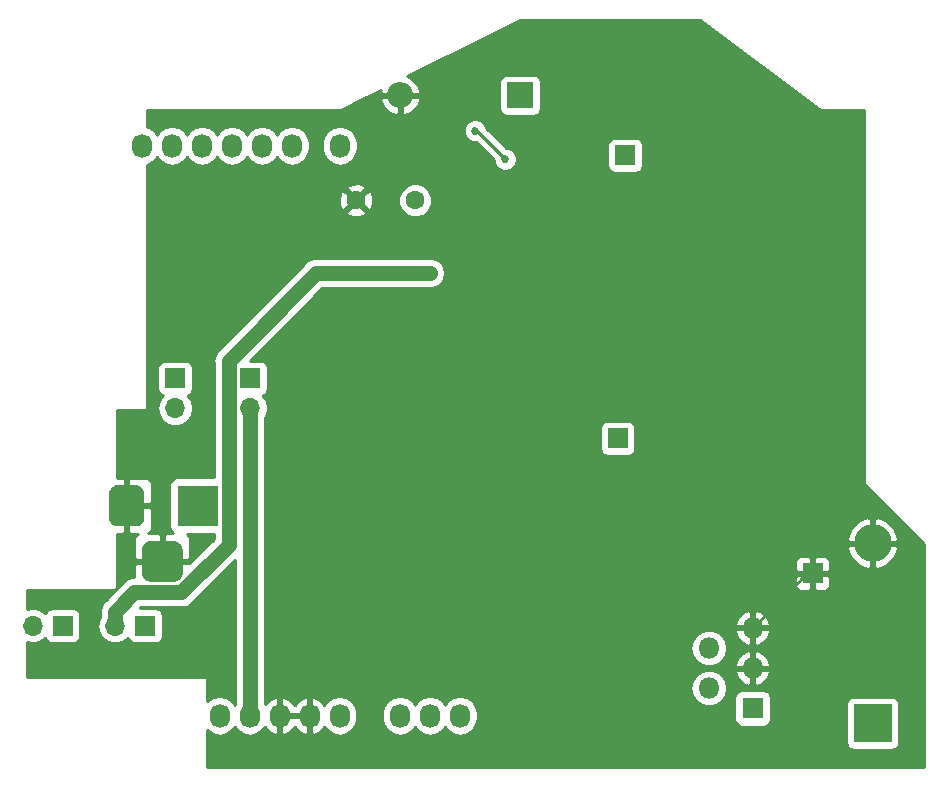
<source format=gbl>
G04 #@! TF.GenerationSoftware,KiCad,Pcbnew,5.0.2+dfsg1-1~bpo9+1*
G04 #@! TF.CreationDate,2019-12-06T02:16:18-05:00*
G04 #@! TF.ProjectId,uno,756e6f2e-6b69-4636-9164-5f7063625858,v1.0*
G04 #@! TF.SameCoordinates,Original*
G04 #@! TF.FileFunction,Copper,L2,Bot*
G04 #@! TF.FilePolarity,Positive*
%FSLAX46Y46*%
G04 Gerber Fmt 4.6, Leading zero omitted, Abs format (unit mm)*
G04 Created by KiCad (PCBNEW 5.0.2+dfsg1-1~bpo9+1) date Fri 06 Dec 2019 02:16:18 AM EST*
%MOMM*%
%LPD*%
G01*
G04 APERTURE LIST*
G04 #@! TA.AperFunction,ComponentPad*
%ADD10O,1.700000X1.700000*%
G04 #@! TD*
G04 #@! TA.AperFunction,ComponentPad*
%ADD11R,1.700000X1.700000*%
G04 #@! TD*
G04 #@! TA.AperFunction,ComponentPad*
%ADD12C,1.600000*%
G04 #@! TD*
G04 #@! TA.AperFunction,ComponentPad*
%ADD13O,1.727200X2.032000*%
G04 #@! TD*
G04 #@! TA.AperFunction,ComponentPad*
%ADD14R,2.200000X2.200000*%
G04 #@! TD*
G04 #@! TA.AperFunction,ComponentPad*
%ADD15O,2.200000X2.200000*%
G04 #@! TD*
G04 #@! TA.AperFunction,ComponentPad*
%ADD16R,3.200000X3.200000*%
G04 #@! TD*
G04 #@! TA.AperFunction,ComponentPad*
%ADD17O,3.200000X3.200000*%
G04 #@! TD*
G04 #@! TA.AperFunction,ComponentPad*
%ADD18R,3.500000X3.500000*%
G04 #@! TD*
G04 #@! TA.AperFunction,Conductor*
%ADD19C,0.100000*%
G04 #@! TD*
G04 #@! TA.AperFunction,ComponentPad*
%ADD20C,3.000000*%
G04 #@! TD*
G04 #@! TA.AperFunction,ComponentPad*
%ADD21C,3.500000*%
G04 #@! TD*
G04 #@! TA.AperFunction,ComponentPad*
%ADD22R,1.800000X1.800000*%
G04 #@! TD*
G04 #@! TA.AperFunction,ComponentPad*
%ADD23O,1.800000X1.800000*%
G04 #@! TD*
G04 #@! TA.AperFunction,ViaPad*
%ADD24C,0.685800*%
G04 #@! TD*
G04 #@! TA.AperFunction,Conductor*
%ADD25C,0.254000*%
G04 #@! TD*
G04 #@! TA.AperFunction,Conductor*
%ADD26C,1.270000*%
G04 #@! TD*
G04 APERTURE END LIST*
D10*
G04 #@! TO.P,JP4,2*
G04 #@! TO.N,+5V*
X58420000Y-82550000D03*
D11*
G04 #@! TO.P,JP4,1*
G04 #@! TO.N,/AfterLMFilter*
X58420000Y-80010000D03*
G04 #@! TD*
D12*
G04 #@! TO.P,C2,2*
G04 #@! TO.N,GND*
X67390000Y-64947500D03*
G04 #@! TO.P,C2,1*
G04 #@! TO.N,Net-(C2-Pad1)*
X72390000Y-64947500D03*
G04 #@! TD*
D10*
G04 #@! TO.P,JP3,2*
G04 #@! TO.N,+5V*
X52070000Y-82550000D03*
D11*
G04 #@! TO.P,JP3,1*
G04 #@! TO.N,/AfterMCFilter*
X52070000Y-80010000D03*
G04 #@! TD*
D13*
G04 #@! TO.P,U5,3V3*
G04 #@! TO.N,N/C*
X55829200Y-108585000D03*
G04 #@! TO.P,U5,5V*
G04 #@! TO.N,+5V*
X58369200Y-108585000D03*
G04 #@! TO.P,U5,GND1*
G04 #@! TO.N,GND*
X60909200Y-108585000D03*
G04 #@! TO.P,U5,GND2*
X63449200Y-108585000D03*
G04 #@! TO.P,U5,VIN*
G04 #@! TO.N,VIN*
X65989200Y-108585000D03*
G04 #@! TO.P,U5,A0*
G04 #@! TO.N,/A0*
X71094600Y-108585000D03*
G04 #@! TO.P,U5,A1*
G04 #@! TO.N,/A1*
X73634600Y-108585000D03*
G04 #@! TO.P,U5,A2*
G04 #@! TO.N,/A2*
X76174600Y-108585000D03*
G04 #@! TO.P,U5,D7*
G04 #@! TO.N,/D7*
X66014600Y-60325000D03*
G04 #@! TO.P,U5,D13*
G04 #@! TO.N,N/C*
X49250600Y-60325000D03*
G04 #@! TO.P,U5,D12*
X51790600Y-60325000D03*
G04 #@! TO.P,U5,D11*
X54330600Y-60325000D03*
G04 #@! TO.P,U5,D8*
X61950600Y-60325000D03*
G04 #@! TO.P,U5,D9*
X59410600Y-60325000D03*
G04 #@! TO.P,U5,D10*
X56870600Y-60325000D03*
G04 #@! TD*
D14*
G04 #@! TO.P,D1,1*
G04 #@! TO.N,/TOINDUCTOR_MC*
X81280000Y-56057500D03*
D15*
G04 #@! TO.P,D1,2*
G04 #@! TO.N,GND*
X71120000Y-56057500D03*
G04 #@! TD*
D16*
G04 #@! TO.P,D2,1*
G04 #@! TO.N,/LM_TOINDUCTOR*
X111125000Y-109220000D03*
D17*
G04 #@! TO.P,D2,2*
G04 #@! TO.N,GND*
X111125000Y-93980000D03*
G04 #@! TD*
D18*
G04 #@! TO.P,J1,1*
G04 #@! TO.N,VIN*
X53975000Y-90805000D03*
D19*
G04 #@! TD*
G04 #@! TO.N,GND*
G04 #@! TO.C,J1*
G36*
X48798513Y-89058611D02*
X48871318Y-89069411D01*
X48942714Y-89087295D01*
X49012013Y-89112090D01*
X49078548Y-89143559D01*
X49141678Y-89181398D01*
X49200795Y-89225242D01*
X49255330Y-89274670D01*
X49304758Y-89329205D01*
X49348602Y-89388322D01*
X49386441Y-89451452D01*
X49417910Y-89517987D01*
X49442705Y-89587286D01*
X49460589Y-89658682D01*
X49471389Y-89731487D01*
X49475000Y-89805000D01*
X49475000Y-91805000D01*
X49471389Y-91878513D01*
X49460589Y-91951318D01*
X49442705Y-92022714D01*
X49417910Y-92092013D01*
X49386441Y-92158548D01*
X49348602Y-92221678D01*
X49304758Y-92280795D01*
X49255330Y-92335330D01*
X49200795Y-92384758D01*
X49141678Y-92428602D01*
X49078548Y-92466441D01*
X49012013Y-92497910D01*
X48942714Y-92522705D01*
X48871318Y-92540589D01*
X48798513Y-92551389D01*
X48725000Y-92555000D01*
X47225000Y-92555000D01*
X47151487Y-92551389D01*
X47078682Y-92540589D01*
X47007286Y-92522705D01*
X46937987Y-92497910D01*
X46871452Y-92466441D01*
X46808322Y-92428602D01*
X46749205Y-92384758D01*
X46694670Y-92335330D01*
X46645242Y-92280795D01*
X46601398Y-92221678D01*
X46563559Y-92158548D01*
X46532090Y-92092013D01*
X46507295Y-92022714D01*
X46489411Y-91951318D01*
X46478611Y-91878513D01*
X46475000Y-91805000D01*
X46475000Y-89805000D01*
X46478611Y-89731487D01*
X46489411Y-89658682D01*
X46507295Y-89587286D01*
X46532090Y-89517987D01*
X46563559Y-89451452D01*
X46601398Y-89388322D01*
X46645242Y-89329205D01*
X46694670Y-89274670D01*
X46749205Y-89225242D01*
X46808322Y-89181398D01*
X46871452Y-89143559D01*
X46937987Y-89112090D01*
X47007286Y-89087295D01*
X47078682Y-89069411D01*
X47151487Y-89058611D01*
X47225000Y-89055000D01*
X48725000Y-89055000D01*
X48798513Y-89058611D01*
X48798513Y-89058611D01*
G37*
D20*
G04 #@! TO.P,J1,2*
G04 #@! TO.N,GND*
X47975000Y-90805000D03*
D19*
G04 #@! TD*
G04 #@! TO.N,GND*
G04 #@! TO.C,J1*
G36*
X51935765Y-93759213D02*
X52020704Y-93771813D01*
X52103999Y-93792677D01*
X52184848Y-93821605D01*
X52262472Y-93858319D01*
X52336124Y-93902464D01*
X52405094Y-93953616D01*
X52468718Y-94011282D01*
X52526384Y-94074906D01*
X52577536Y-94143876D01*
X52621681Y-94217528D01*
X52658395Y-94295152D01*
X52687323Y-94376001D01*
X52708187Y-94459296D01*
X52720787Y-94544235D01*
X52725000Y-94630000D01*
X52725000Y-96380000D01*
X52720787Y-96465765D01*
X52708187Y-96550704D01*
X52687323Y-96633999D01*
X52658395Y-96714848D01*
X52621681Y-96792472D01*
X52577536Y-96866124D01*
X52526384Y-96935094D01*
X52468718Y-96998718D01*
X52405094Y-97056384D01*
X52336124Y-97107536D01*
X52262472Y-97151681D01*
X52184848Y-97188395D01*
X52103999Y-97217323D01*
X52020704Y-97238187D01*
X51935765Y-97250787D01*
X51850000Y-97255000D01*
X50100000Y-97255000D01*
X50014235Y-97250787D01*
X49929296Y-97238187D01*
X49846001Y-97217323D01*
X49765152Y-97188395D01*
X49687528Y-97151681D01*
X49613876Y-97107536D01*
X49544906Y-97056384D01*
X49481282Y-96998718D01*
X49423616Y-96935094D01*
X49372464Y-96866124D01*
X49328319Y-96792472D01*
X49291605Y-96714848D01*
X49262677Y-96633999D01*
X49241813Y-96550704D01*
X49229213Y-96465765D01*
X49225000Y-96380000D01*
X49225000Y-94630000D01*
X49229213Y-94544235D01*
X49241813Y-94459296D01*
X49262677Y-94376001D01*
X49291605Y-94295152D01*
X49328319Y-94217528D01*
X49372464Y-94143876D01*
X49423616Y-94074906D01*
X49481282Y-94011282D01*
X49544906Y-93953616D01*
X49613876Y-93902464D01*
X49687528Y-93858319D01*
X49765152Y-93821605D01*
X49846001Y-93792677D01*
X49929296Y-93771813D01*
X50014235Y-93759213D01*
X50100000Y-93755000D01*
X51850000Y-93755000D01*
X51935765Y-93759213D01*
X51935765Y-93759213D01*
G37*
D21*
G04 #@! TO.P,J1,3*
G04 #@! TO.N,GND*
X50975000Y-95505000D03*
G04 #@! TD*
D11*
G04 #@! TO.P,JP1,1*
G04 #@! TO.N,/VINAFTERFUSE*
X49530000Y-100965000D03*
D10*
G04 #@! TO.P,JP1,2*
G04 #@! TO.N,/MCVIN*
X46990000Y-100965000D03*
G04 #@! TD*
G04 #@! TO.P,JP2,2*
G04 #@! TO.N,/LMVIN*
X40005000Y-100965000D03*
D11*
G04 #@! TO.P,JP2,1*
G04 #@! TO.N,/VINAFTERFUSE*
X42545000Y-100965000D03*
G04 #@! TD*
G04 #@! TO.P,LMNOFILTERCON1,1*
G04 #@! TO.N,/LMVOUTWOUTFILTER*
X89535000Y-85090000D03*
G04 #@! TD*
G04 #@! TO.P,MCNOFILTERCON1,1*
G04 #@! TO.N,/MCVOUTWOUTFILTER*
X90170000Y-61137500D03*
G04 #@! TD*
G04 #@! TO.P,ONOFFLM_CON1,1*
G04 #@! TO.N,GND*
X106045000Y-96520000D03*
G04 #@! TD*
D22*
G04 #@! TO.P,U7,1*
G04 #@! TO.N,/LM_TOINDUCTOR*
X100965000Y-107950000D03*
D23*
G04 #@! TO.P,U7,2*
G04 #@! TO.N,/LMVIN*
X97265000Y-106250000D03*
G04 #@! TO.P,U7,3*
G04 #@! TO.N,GND*
X100965000Y-104550000D03*
G04 #@! TO.P,U7,4*
G04 #@! TO.N,Net-(OPTIONALCAP1-Pad2)*
X97265000Y-102850000D03*
G04 #@! TO.P,U7,5*
G04 #@! TO.N,GND*
X100965000Y-101150000D03*
G04 #@! TD*
D24*
G04 #@! TO.N,GND*
X59690000Y-68580000D03*
X60960000Y-67310000D03*
X62230000Y-66040000D03*
X74930000Y-66040000D03*
X77470000Y-67310000D03*
X80010000Y-68580000D03*
X83820000Y-60960000D03*
X88900000Y-58420000D03*
X92710000Y-63500000D03*
X88900000Y-63500000D03*
X60960000Y-85090000D03*
X62230000Y-86360000D03*
X63500000Y-87630000D03*
X64770000Y-88900000D03*
X66040000Y-88900000D03*
X67310000Y-88900000D03*
X68580000Y-88900000D03*
X68580000Y-85090000D03*
X67310000Y-85090000D03*
X66040000Y-85090000D03*
X64770000Y-83820000D03*
X63500000Y-82550000D03*
X62230000Y-81280000D03*
X60960000Y-80010000D03*
X60960000Y-95250000D03*
X60960000Y-96520000D03*
X60960000Y-97790000D03*
X60960000Y-99060000D03*
X60960000Y-100330000D03*
X60960000Y-101600000D03*
X62230000Y-101600000D03*
X64770000Y-101600000D03*
X63500000Y-101600000D03*
X66040000Y-101600000D03*
X67310000Y-101600000D03*
X68580000Y-101600000D03*
X67310000Y-100330000D03*
X66040000Y-99060000D03*
X64770000Y-97790000D03*
X63500000Y-96520000D03*
X62230000Y-95250000D03*
X60960000Y-93980000D03*
X55880000Y-101600000D03*
X55880000Y-100330000D03*
X55880000Y-99060000D03*
X54610000Y-100330000D03*
X54610000Y-101600000D03*
X53340000Y-101600000D03*
G04 #@! TO.N,/MCVIN*
X73660000Y-71120000D03*
X72390000Y-71120000D03*
X71120000Y-71120000D03*
X69850000Y-71120000D03*
X67310000Y-71120000D03*
X68580000Y-71120000D03*
X66040000Y-71120000D03*
G04 #@! TO.N,Net-(R1-Pad1)*
X80010000Y-61457500D03*
X77470000Y-59055000D03*
G04 #@! TD*
D25*
G04 #@! TO.N,GND*
X105595000Y-96520000D02*
X106045000Y-96520000D01*
X100965000Y-101150000D02*
X105595000Y-96520000D01*
D26*
G04 #@! TO.N,+5V*
X58420000Y-108534200D02*
X58369200Y-108585000D01*
X58420000Y-82550000D02*
X58420000Y-108534200D01*
G04 #@! TO.N,/MCVIN*
X46990000Y-100965000D02*
X46990000Y-99762919D01*
X46990000Y-99762919D02*
X48608909Y-98144010D01*
X48608909Y-98144010D02*
X52580678Y-98144010D01*
X56614001Y-78515797D02*
X64009798Y-71120000D01*
X56614001Y-94110687D02*
X56614001Y-78515797D01*
X52580678Y-98144010D02*
X56614001Y-94110687D01*
X64009798Y-71120000D02*
X66040000Y-71120000D01*
X73660000Y-71120000D02*
X73660000Y-71120000D01*
X72390000Y-71120000D02*
X73660000Y-71120000D01*
X71120000Y-71120000D02*
X72390000Y-71120000D01*
X69850000Y-71120000D02*
X71120000Y-71120000D01*
X67310000Y-71120000D02*
X68580000Y-71120000D01*
X68580000Y-71120000D02*
X69850000Y-71120000D01*
X66040000Y-71120000D02*
X67310000Y-71120000D01*
D25*
G04 #@! TO.N,Net-(R1-Pad1)*
X77607500Y-59055000D02*
X77470000Y-59055000D01*
X80010000Y-61457500D02*
X77607500Y-59055000D01*
G04 #@! TD*
G04 #@! TO.N,GND*
G36*
X106603800Y-57251600D02*
X106648481Y-57273027D01*
X106680000Y-57277000D01*
X110363000Y-57277000D01*
X110363000Y-88900000D01*
X110372667Y-88948601D01*
X110400197Y-88989803D01*
X115443000Y-94032606D01*
X115443000Y-112903000D01*
X54737000Y-112903000D01*
X54737000Y-109800215D01*
X54748770Y-109817830D01*
X55244476Y-110149050D01*
X55829200Y-110265359D01*
X56413925Y-110149050D01*
X56909630Y-109817830D01*
X57099200Y-109534119D01*
X57288770Y-109817830D01*
X57784476Y-110149050D01*
X58369200Y-110265359D01*
X58953925Y-110149050D01*
X59449630Y-109817830D01*
X59643109Y-109528267D01*
X60007164Y-109935732D01*
X60534409Y-110189709D01*
X60550174Y-110192358D01*
X60782200Y-110071217D01*
X60782200Y-108712000D01*
X61036200Y-108712000D01*
X61036200Y-110071217D01*
X61268226Y-110192358D01*
X61283991Y-110189709D01*
X61811236Y-109935732D01*
X62179200Y-109523892D01*
X62547164Y-109935732D01*
X63074409Y-110189709D01*
X63090174Y-110192358D01*
X63322200Y-110071217D01*
X63322200Y-108712000D01*
X61036200Y-108712000D01*
X60782200Y-108712000D01*
X60762200Y-108712000D01*
X60762200Y-108458000D01*
X60782200Y-108458000D01*
X60782200Y-107098783D01*
X61036200Y-107098783D01*
X61036200Y-108458000D01*
X63322200Y-108458000D01*
X63322200Y-107098783D01*
X63576200Y-107098783D01*
X63576200Y-108458000D01*
X63596200Y-108458000D01*
X63596200Y-108712000D01*
X63576200Y-108712000D01*
X63576200Y-110071217D01*
X63808226Y-110192358D01*
X63823991Y-110189709D01*
X64351236Y-109935732D01*
X64715290Y-109528268D01*
X64908770Y-109817830D01*
X65404476Y-110149050D01*
X65989200Y-110265359D01*
X66573925Y-110149050D01*
X67069630Y-109817830D01*
X67400850Y-109322124D01*
X67487800Y-108884997D01*
X67487800Y-108285003D01*
X69596000Y-108285003D01*
X69596000Y-108884998D01*
X69682950Y-109322125D01*
X70014170Y-109817830D01*
X70509876Y-110149050D01*
X71094600Y-110265359D01*
X71679325Y-110149050D01*
X72175030Y-109817830D01*
X72364600Y-109534119D01*
X72554170Y-109817830D01*
X73049876Y-110149050D01*
X73634600Y-110265359D01*
X74219325Y-110149050D01*
X74715030Y-109817830D01*
X74904600Y-109534119D01*
X75094170Y-109817830D01*
X75589876Y-110149050D01*
X76174600Y-110265359D01*
X76759325Y-110149050D01*
X77255030Y-109817830D01*
X77586250Y-109322124D01*
X77673200Y-108884997D01*
X77673200Y-108285002D01*
X77586250Y-107847875D01*
X77255030Y-107352170D01*
X76759324Y-107020950D01*
X76174600Y-106904641D01*
X75589875Y-107020950D01*
X75094170Y-107352170D01*
X74904600Y-107635881D01*
X74715030Y-107352170D01*
X74219324Y-107020950D01*
X73634600Y-106904641D01*
X73049875Y-107020950D01*
X72554170Y-107352170D01*
X72364600Y-107635881D01*
X72175030Y-107352170D01*
X71679324Y-107020950D01*
X71094600Y-106904641D01*
X70509875Y-107020950D01*
X70014170Y-107352170D01*
X69682950Y-107847876D01*
X69596000Y-108285003D01*
X67487800Y-108285003D01*
X67487800Y-108285002D01*
X67400850Y-107847875D01*
X67069630Y-107352170D01*
X66573924Y-107020950D01*
X65989200Y-106904641D01*
X65404475Y-107020950D01*
X64908770Y-107352170D01*
X64715291Y-107641733D01*
X64351236Y-107234268D01*
X63823991Y-106980291D01*
X63808226Y-106977642D01*
X63576200Y-107098783D01*
X63322200Y-107098783D01*
X63090174Y-106977642D01*
X63074409Y-106980291D01*
X62547164Y-107234268D01*
X62179200Y-107646108D01*
X61811236Y-107234268D01*
X61283991Y-106980291D01*
X61268226Y-106977642D01*
X61036200Y-107098783D01*
X60782200Y-107098783D01*
X60550174Y-106977642D01*
X60534409Y-106980291D01*
X60007164Y-107234268D01*
X59690000Y-107589251D01*
X59690000Y-106250000D01*
X95699928Y-106250000D01*
X95819062Y-106848927D01*
X96158327Y-107356673D01*
X96666073Y-107695938D01*
X97113818Y-107785000D01*
X97416182Y-107785000D01*
X97863927Y-107695938D01*
X98371673Y-107356673D01*
X98576585Y-107050000D01*
X99417560Y-107050000D01*
X99417560Y-108850000D01*
X99466843Y-109097765D01*
X99607191Y-109307809D01*
X99817235Y-109448157D01*
X100065000Y-109497440D01*
X101865000Y-109497440D01*
X102112765Y-109448157D01*
X102322809Y-109307809D01*
X102463157Y-109097765D01*
X102512440Y-108850000D01*
X102512440Y-107620000D01*
X108877560Y-107620000D01*
X108877560Y-110820000D01*
X108926843Y-111067765D01*
X109067191Y-111277809D01*
X109277235Y-111418157D01*
X109525000Y-111467440D01*
X112725000Y-111467440D01*
X112972765Y-111418157D01*
X113182809Y-111277809D01*
X113323157Y-111067765D01*
X113372440Y-110820000D01*
X113372440Y-107620000D01*
X113323157Y-107372235D01*
X113182809Y-107162191D01*
X112972765Y-107021843D01*
X112725000Y-106972560D01*
X109525000Y-106972560D01*
X109277235Y-107021843D01*
X109067191Y-107162191D01*
X108926843Y-107372235D01*
X108877560Y-107620000D01*
X102512440Y-107620000D01*
X102512440Y-107050000D01*
X102463157Y-106802235D01*
X102322809Y-106592191D01*
X102112765Y-106451843D01*
X101865000Y-106402560D01*
X100065000Y-106402560D01*
X99817235Y-106451843D01*
X99607191Y-106592191D01*
X99466843Y-106802235D01*
X99417560Y-107050000D01*
X98576585Y-107050000D01*
X98710938Y-106848927D01*
X98830072Y-106250000D01*
X98710938Y-105651073D01*
X98371673Y-105143327D01*
X98029572Y-104914742D01*
X99473954Y-104914742D01*
X99727034Y-105457576D01*
X100168583Y-105862240D01*
X100600260Y-106041036D01*
X100838000Y-105920378D01*
X100838000Y-104677000D01*
X101092000Y-104677000D01*
X101092000Y-105920378D01*
X101329740Y-106041036D01*
X101761417Y-105862240D01*
X102202966Y-105457576D01*
X102456046Y-104914742D01*
X102335997Y-104677000D01*
X101092000Y-104677000D01*
X100838000Y-104677000D01*
X99594003Y-104677000D01*
X99473954Y-104914742D01*
X98029572Y-104914742D01*
X97863927Y-104804062D01*
X97416182Y-104715000D01*
X97113818Y-104715000D01*
X96666073Y-104804062D01*
X96158327Y-105143327D01*
X95819062Y-105651073D01*
X95699928Y-106250000D01*
X59690000Y-106250000D01*
X59690000Y-102850000D01*
X95699928Y-102850000D01*
X95819062Y-103448927D01*
X96158327Y-103956673D01*
X96666073Y-104295938D01*
X97113818Y-104385000D01*
X97416182Y-104385000D01*
X97863927Y-104295938D01*
X98029571Y-104185258D01*
X99473954Y-104185258D01*
X99594003Y-104423000D01*
X100838000Y-104423000D01*
X100838000Y-103179622D01*
X101092000Y-103179622D01*
X101092000Y-104423000D01*
X102335997Y-104423000D01*
X102456046Y-104185258D01*
X102202966Y-103642424D01*
X101761417Y-103237760D01*
X101329740Y-103058964D01*
X101092000Y-103179622D01*
X100838000Y-103179622D01*
X100600260Y-103058964D01*
X100168583Y-103237760D01*
X99727034Y-103642424D01*
X99473954Y-104185258D01*
X98029571Y-104185258D01*
X98371673Y-103956673D01*
X98710938Y-103448927D01*
X98830072Y-102850000D01*
X98710938Y-102251073D01*
X98371673Y-101743327D01*
X98029572Y-101514742D01*
X99473954Y-101514742D01*
X99727034Y-102057576D01*
X100168583Y-102462240D01*
X100600260Y-102641036D01*
X100838000Y-102520378D01*
X100838000Y-101277000D01*
X101092000Y-101277000D01*
X101092000Y-102520378D01*
X101329740Y-102641036D01*
X101761417Y-102462240D01*
X102202966Y-102057576D01*
X102456046Y-101514742D01*
X102335997Y-101277000D01*
X101092000Y-101277000D01*
X100838000Y-101277000D01*
X99594003Y-101277000D01*
X99473954Y-101514742D01*
X98029572Y-101514742D01*
X97863927Y-101404062D01*
X97416182Y-101315000D01*
X97113818Y-101315000D01*
X96666073Y-101404062D01*
X96158327Y-101743327D01*
X95819062Y-102251073D01*
X95699928Y-102850000D01*
X59690000Y-102850000D01*
X59690000Y-100785258D01*
X99473954Y-100785258D01*
X99594003Y-101023000D01*
X100838000Y-101023000D01*
X100838000Y-99779622D01*
X101092000Y-99779622D01*
X101092000Y-101023000D01*
X102335997Y-101023000D01*
X102456046Y-100785258D01*
X102202966Y-100242424D01*
X101761417Y-99837760D01*
X101329740Y-99658964D01*
X101092000Y-99779622D01*
X100838000Y-99779622D01*
X100600260Y-99658964D01*
X100168583Y-99837760D01*
X99727034Y-100242424D01*
X99473954Y-100785258D01*
X59690000Y-100785258D01*
X59690000Y-96805750D01*
X104560000Y-96805750D01*
X104560000Y-97496310D01*
X104656673Y-97729699D01*
X104835302Y-97908327D01*
X105068691Y-98005000D01*
X105759250Y-98005000D01*
X105918000Y-97846250D01*
X105918000Y-96647000D01*
X106172000Y-96647000D01*
X106172000Y-97846250D01*
X106330750Y-98005000D01*
X107021309Y-98005000D01*
X107254698Y-97908327D01*
X107433327Y-97729699D01*
X107530000Y-97496310D01*
X107530000Y-96805750D01*
X107371250Y-96647000D01*
X106172000Y-96647000D01*
X105918000Y-96647000D01*
X104718750Y-96647000D01*
X104560000Y-96805750D01*
X59690000Y-96805750D01*
X59690000Y-95543690D01*
X104560000Y-95543690D01*
X104560000Y-96234250D01*
X104718750Y-96393000D01*
X105918000Y-96393000D01*
X105918000Y-95193750D01*
X106172000Y-95193750D01*
X106172000Y-96393000D01*
X107371250Y-96393000D01*
X107530000Y-96234250D01*
X107530000Y-95543690D01*
X107433327Y-95310301D01*
X107254698Y-95131673D01*
X107021309Y-95035000D01*
X106330750Y-95035000D01*
X106172000Y-95193750D01*
X105918000Y-95193750D01*
X105759250Y-95035000D01*
X105068691Y-95035000D01*
X104835302Y-95131673D01*
X104656673Y-95310301D01*
X104560000Y-95543690D01*
X59690000Y-95543690D01*
X59690000Y-94454504D01*
X108940944Y-94454504D01*
X109288780Y-95254187D01*
X109916164Y-95859886D01*
X110650497Y-96164050D01*
X110998000Y-96052362D01*
X110998000Y-94107000D01*
X111252000Y-94107000D01*
X111252000Y-96052362D01*
X111599503Y-96164050D01*
X112333836Y-95859886D01*
X112961220Y-95254187D01*
X113309056Y-94454504D01*
X113197645Y-94107000D01*
X111252000Y-94107000D01*
X110998000Y-94107000D01*
X109052355Y-94107000D01*
X108940944Y-94454504D01*
X59690000Y-94454504D01*
X59690000Y-93505496D01*
X108940944Y-93505496D01*
X109052355Y-93853000D01*
X110998000Y-93853000D01*
X110998000Y-91907638D01*
X111252000Y-91907638D01*
X111252000Y-93853000D01*
X113197645Y-93853000D01*
X113309056Y-93505496D01*
X112961220Y-92705813D01*
X112333836Y-92100114D01*
X111599503Y-91795950D01*
X111252000Y-91907638D01*
X110998000Y-91907638D01*
X110650497Y-91795950D01*
X109916164Y-92100114D01*
X109288780Y-92705813D01*
X108940944Y-93505496D01*
X59690000Y-93505496D01*
X59690000Y-84240000D01*
X88037560Y-84240000D01*
X88037560Y-85940000D01*
X88086843Y-86187765D01*
X88227191Y-86397809D01*
X88437235Y-86538157D01*
X88685000Y-86587440D01*
X90385000Y-86587440D01*
X90632765Y-86538157D01*
X90842809Y-86397809D01*
X90983157Y-86187765D01*
X91032440Y-85940000D01*
X91032440Y-84240000D01*
X90983157Y-83992235D01*
X90842809Y-83782191D01*
X90632765Y-83641843D01*
X90385000Y-83592560D01*
X88685000Y-83592560D01*
X88437235Y-83641843D01*
X88227191Y-83782191D01*
X88086843Y-83992235D01*
X88037560Y-84240000D01*
X59690000Y-84240000D01*
X59690000Y-83322239D01*
X59818839Y-83129418D01*
X59934092Y-82550000D01*
X59818839Y-81970582D01*
X59490625Y-81479375D01*
X59472381Y-81467184D01*
X59517765Y-81458157D01*
X59727809Y-81317809D01*
X59868157Y-81107765D01*
X59917440Y-80860000D01*
X59917440Y-79160000D01*
X59868157Y-78912235D01*
X59727809Y-78702191D01*
X59517765Y-78561843D01*
X59270000Y-78512560D01*
X58413288Y-78512560D01*
X64535849Y-72390000D01*
X73785080Y-72390000D01*
X74155529Y-72316313D01*
X74575618Y-72035618D01*
X74856313Y-71615529D01*
X74954880Y-71120000D01*
X74856313Y-70624471D01*
X74575618Y-70204382D01*
X74155529Y-69923687D01*
X73785080Y-69850000D01*
X64134872Y-69850000D01*
X64009797Y-69825121D01*
X63884722Y-69850000D01*
X63884718Y-69850000D01*
X63514269Y-69923687D01*
X63094180Y-70204382D01*
X63023329Y-70310418D01*
X55804420Y-77529328D01*
X55698384Y-77600179D01*
X55627533Y-77706215D01*
X55627531Y-77706217D01*
X55417689Y-78020268D01*
X55319122Y-78515797D01*
X55344002Y-78640877D01*
X55344001Y-88407560D01*
X52225000Y-88407560D01*
X51977235Y-88456843D01*
X51767191Y-88597191D01*
X51626843Y-88807235D01*
X51577560Y-89055000D01*
X51577560Y-92555000D01*
X51626843Y-92802765D01*
X51767191Y-93012809D01*
X51927612Y-93120000D01*
X51260750Y-93120000D01*
X51102000Y-93278750D01*
X51102000Y-95378000D01*
X53201250Y-95378000D01*
X53360000Y-95219250D01*
X53360000Y-93628690D01*
X53263327Y-93395301D01*
X53084698Y-93216673D01*
X53050337Y-93202440D01*
X55344001Y-93202440D01*
X55344001Y-93584636D01*
X53248944Y-95679694D01*
X53201250Y-95632000D01*
X51102000Y-95632000D01*
X51102000Y-95652000D01*
X50848000Y-95652000D01*
X50848000Y-95632000D01*
X48748750Y-95632000D01*
X48590000Y-95790750D01*
X48590000Y-96852892D01*
X48483833Y-96874010D01*
X48483829Y-96874010D01*
X48113380Y-96947697D01*
X47693291Y-97228392D01*
X47622439Y-97334429D01*
X47085315Y-97871553D01*
X47107333Y-97838601D01*
X47117000Y-97790000D01*
X47117000Y-93190000D01*
X47689250Y-93190000D01*
X47848000Y-93031250D01*
X47848000Y-90932000D01*
X48102000Y-90932000D01*
X48102000Y-93031250D01*
X48260750Y-93190000D01*
X48929696Y-93190000D01*
X48865302Y-93216673D01*
X48686673Y-93395301D01*
X48590000Y-93628690D01*
X48590000Y-95219250D01*
X48748750Y-95378000D01*
X50848000Y-95378000D01*
X50848000Y-93278750D01*
X50689250Y-93120000D01*
X49770304Y-93120000D01*
X49834698Y-93093327D01*
X50013327Y-92914699D01*
X50110000Y-92681310D01*
X50110000Y-91090750D01*
X49951250Y-90932000D01*
X48102000Y-90932000D01*
X47848000Y-90932000D01*
X47828000Y-90932000D01*
X47828000Y-90678000D01*
X47848000Y-90678000D01*
X47848000Y-88578750D01*
X48102000Y-88578750D01*
X48102000Y-90678000D01*
X49951250Y-90678000D01*
X50110000Y-90519250D01*
X50110000Y-88928690D01*
X50013327Y-88695301D01*
X49834698Y-88516673D01*
X49601309Y-88420000D01*
X48260750Y-88420000D01*
X48102000Y-88578750D01*
X47848000Y-88578750D01*
X47689250Y-88420000D01*
X47117000Y-88420000D01*
X47117000Y-82677000D01*
X49530000Y-82677000D01*
X49578601Y-82667333D01*
X49619803Y-82639803D01*
X49647333Y-82598601D01*
X49657000Y-82550000D01*
X50555908Y-82550000D01*
X50671161Y-83129418D01*
X50999375Y-83620625D01*
X51490582Y-83948839D01*
X51923744Y-84035000D01*
X52216256Y-84035000D01*
X52649418Y-83948839D01*
X53140625Y-83620625D01*
X53468839Y-83129418D01*
X53584092Y-82550000D01*
X53468839Y-81970582D01*
X53140625Y-81479375D01*
X53122381Y-81467184D01*
X53167765Y-81458157D01*
X53377809Y-81317809D01*
X53518157Y-81107765D01*
X53567440Y-80860000D01*
X53567440Y-79160000D01*
X53518157Y-78912235D01*
X53377809Y-78702191D01*
X53167765Y-78561843D01*
X52920000Y-78512560D01*
X51220000Y-78512560D01*
X50972235Y-78561843D01*
X50762191Y-78702191D01*
X50621843Y-78912235D01*
X50572560Y-79160000D01*
X50572560Y-80860000D01*
X50621843Y-81107765D01*
X50762191Y-81317809D01*
X50972235Y-81458157D01*
X51017619Y-81467184D01*
X50999375Y-81479375D01*
X50671161Y-81970582D01*
X50555908Y-82550000D01*
X49657000Y-82550000D01*
X49657000Y-65955245D01*
X66561861Y-65955245D01*
X66635995Y-66201364D01*
X67173223Y-66394465D01*
X67743454Y-66367278D01*
X68144005Y-66201364D01*
X68218139Y-65955245D01*
X67390000Y-65127105D01*
X66561861Y-65955245D01*
X49657000Y-65955245D01*
X49657000Y-64730723D01*
X65943035Y-64730723D01*
X65970222Y-65300954D01*
X66136136Y-65701505D01*
X66382255Y-65775639D01*
X67210395Y-64947500D01*
X67569605Y-64947500D01*
X68397745Y-65775639D01*
X68643864Y-65701505D01*
X68836965Y-65164277D01*
X68813021Y-64662061D01*
X70955000Y-64662061D01*
X70955000Y-65232939D01*
X71173466Y-65760362D01*
X71577138Y-66164034D01*
X72104561Y-66382500D01*
X72675439Y-66382500D01*
X73202862Y-66164034D01*
X73606534Y-65760362D01*
X73825000Y-65232939D01*
X73825000Y-64662061D01*
X73606534Y-64134638D01*
X73202862Y-63730966D01*
X72675439Y-63512500D01*
X72104561Y-63512500D01*
X71577138Y-63730966D01*
X71173466Y-64134638D01*
X70955000Y-64662061D01*
X68813021Y-64662061D01*
X68809778Y-64594046D01*
X68643864Y-64193495D01*
X68397745Y-64119361D01*
X67569605Y-64947500D01*
X67210395Y-64947500D01*
X66382255Y-64119361D01*
X66136136Y-64193495D01*
X65943035Y-64730723D01*
X49657000Y-64730723D01*
X49657000Y-63939755D01*
X66561861Y-63939755D01*
X67390000Y-64767895D01*
X68218139Y-63939755D01*
X68144005Y-63693636D01*
X67606777Y-63500535D01*
X67036546Y-63527722D01*
X66635995Y-63693636D01*
X66561861Y-63939755D01*
X49657000Y-63939755D01*
X49657000Y-61924521D01*
X49835325Y-61889050D01*
X50331030Y-61557830D01*
X50520600Y-61274119D01*
X50710170Y-61557830D01*
X51205876Y-61889050D01*
X51790600Y-62005359D01*
X52375325Y-61889050D01*
X52871030Y-61557830D01*
X53060600Y-61274119D01*
X53250170Y-61557830D01*
X53745876Y-61889050D01*
X54330600Y-62005359D01*
X54915325Y-61889050D01*
X55411030Y-61557830D01*
X55600600Y-61274119D01*
X55790170Y-61557830D01*
X56285876Y-61889050D01*
X56870600Y-62005359D01*
X57455325Y-61889050D01*
X57951030Y-61557830D01*
X58140600Y-61274119D01*
X58330170Y-61557830D01*
X58825876Y-61889050D01*
X59410600Y-62005359D01*
X59995325Y-61889050D01*
X60491030Y-61557830D01*
X60680600Y-61274119D01*
X60870170Y-61557830D01*
X61365876Y-61889050D01*
X61950600Y-62005359D01*
X62535325Y-61889050D01*
X63031030Y-61557830D01*
X63362250Y-61062124D01*
X63449200Y-60624997D01*
X63449200Y-60025003D01*
X64516000Y-60025003D01*
X64516000Y-60624998D01*
X64602950Y-61062125D01*
X64934170Y-61557830D01*
X65429876Y-61889050D01*
X66014600Y-62005359D01*
X66599325Y-61889050D01*
X67095030Y-61557830D01*
X67426250Y-61062124D01*
X67513200Y-60624997D01*
X67513200Y-60025002D01*
X67426250Y-59587875D01*
X67095030Y-59092170D01*
X66748288Y-58860484D01*
X76492100Y-58860484D01*
X76492100Y-59249516D01*
X76640977Y-59608936D01*
X76916064Y-59884023D01*
X77275484Y-60032900D01*
X77507770Y-60032900D01*
X79032100Y-61557231D01*
X79032100Y-61652016D01*
X79180977Y-62011436D01*
X79456064Y-62286523D01*
X79815484Y-62435400D01*
X80204516Y-62435400D01*
X80563936Y-62286523D01*
X80839023Y-62011436D01*
X80987900Y-61652016D01*
X80987900Y-61262984D01*
X80839023Y-60903564D01*
X80563936Y-60628477D01*
X80204516Y-60479600D01*
X80109731Y-60479600D01*
X79917631Y-60287500D01*
X88672560Y-60287500D01*
X88672560Y-61987500D01*
X88721843Y-62235265D01*
X88862191Y-62445309D01*
X89072235Y-62585657D01*
X89320000Y-62634940D01*
X91020000Y-62634940D01*
X91267765Y-62585657D01*
X91477809Y-62445309D01*
X91618157Y-62235265D01*
X91667440Y-61987500D01*
X91667440Y-60287500D01*
X91618157Y-60039735D01*
X91477809Y-59829691D01*
X91267765Y-59689343D01*
X91020000Y-59640060D01*
X89320000Y-59640060D01*
X89072235Y-59689343D01*
X88862191Y-59829691D01*
X88721843Y-60039735D01*
X88672560Y-60287500D01*
X79917631Y-60287500D01*
X78417696Y-58787566D01*
X78299023Y-58501064D01*
X78023936Y-58225977D01*
X77664516Y-58077100D01*
X77275484Y-58077100D01*
X76916064Y-58225977D01*
X76640977Y-58501064D01*
X76492100Y-58860484D01*
X66748288Y-58860484D01*
X66599324Y-58760950D01*
X66014600Y-58644641D01*
X65429875Y-58760950D01*
X64934170Y-59092170D01*
X64602950Y-59587876D01*
X64516000Y-60025003D01*
X63449200Y-60025003D01*
X63449200Y-60025002D01*
X63362250Y-59587875D01*
X63031030Y-59092170D01*
X62535324Y-58760950D01*
X61950600Y-58644641D01*
X61365875Y-58760950D01*
X60870170Y-59092170D01*
X60680600Y-59375881D01*
X60491030Y-59092170D01*
X59995324Y-58760950D01*
X59410600Y-58644641D01*
X58825875Y-58760950D01*
X58330170Y-59092170D01*
X58140600Y-59375881D01*
X57951030Y-59092170D01*
X57455324Y-58760950D01*
X56870600Y-58644641D01*
X56285875Y-58760950D01*
X55790170Y-59092170D01*
X55600600Y-59375881D01*
X55411030Y-59092170D01*
X54915324Y-58760950D01*
X54330600Y-58644641D01*
X53745875Y-58760950D01*
X53250170Y-59092170D01*
X53060600Y-59375881D01*
X52871030Y-59092170D01*
X52375324Y-58760950D01*
X51790600Y-58644641D01*
X51205875Y-58760950D01*
X50710170Y-59092170D01*
X50520600Y-59375881D01*
X50331030Y-59092170D01*
X49835324Y-58760950D01*
X49657000Y-58725479D01*
X49657000Y-57277000D01*
X66040000Y-57277000D01*
X66096796Y-57263592D01*
X67716736Y-56453622D01*
X69430825Y-56453622D01*
X69645466Y-56971832D01*
X70107608Y-57466512D01*
X70723877Y-57746683D01*
X70993000Y-57629104D01*
X70993000Y-56184500D01*
X71247000Y-56184500D01*
X71247000Y-57629104D01*
X71516123Y-57746683D01*
X72132392Y-57466512D01*
X72594534Y-56971832D01*
X72809175Y-56453622D01*
X72691125Y-56184500D01*
X71247000Y-56184500D01*
X70993000Y-56184500D01*
X69548875Y-56184500D01*
X69430825Y-56453622D01*
X67716736Y-56453622D01*
X69464676Y-55579652D01*
X69430825Y-55661378D01*
X69548875Y-55930500D01*
X70993000Y-55930500D01*
X70993000Y-55910500D01*
X71247000Y-55910500D01*
X71247000Y-55930500D01*
X72691125Y-55930500D01*
X72809175Y-55661378D01*
X72594534Y-55143168D01*
X72421079Y-54957500D01*
X79532560Y-54957500D01*
X79532560Y-57157500D01*
X79581843Y-57405265D01*
X79722191Y-57615309D01*
X79932235Y-57755657D01*
X80180000Y-57804940D01*
X82380000Y-57804940D01*
X82627765Y-57755657D01*
X82837809Y-57615309D01*
X82978157Y-57405265D01*
X83027440Y-57157500D01*
X83027440Y-54957500D01*
X82978157Y-54709735D01*
X82837809Y-54499691D01*
X82627765Y-54359343D01*
X82380000Y-54310060D01*
X80180000Y-54310060D01*
X79932235Y-54359343D01*
X79722191Y-54499691D01*
X79581843Y-54709735D01*
X79532560Y-54957500D01*
X72421079Y-54957500D01*
X72132392Y-54648488D01*
X71710557Y-54456711D01*
X81309980Y-49657000D01*
X96477667Y-49657000D01*
X106603800Y-57251600D01*
X106603800Y-57251600D01*
G37*
X106603800Y-57251600D02*
X106648481Y-57273027D01*
X106680000Y-57277000D01*
X110363000Y-57277000D01*
X110363000Y-88900000D01*
X110372667Y-88948601D01*
X110400197Y-88989803D01*
X115443000Y-94032606D01*
X115443000Y-112903000D01*
X54737000Y-112903000D01*
X54737000Y-109800215D01*
X54748770Y-109817830D01*
X55244476Y-110149050D01*
X55829200Y-110265359D01*
X56413925Y-110149050D01*
X56909630Y-109817830D01*
X57099200Y-109534119D01*
X57288770Y-109817830D01*
X57784476Y-110149050D01*
X58369200Y-110265359D01*
X58953925Y-110149050D01*
X59449630Y-109817830D01*
X59643109Y-109528267D01*
X60007164Y-109935732D01*
X60534409Y-110189709D01*
X60550174Y-110192358D01*
X60782200Y-110071217D01*
X60782200Y-108712000D01*
X61036200Y-108712000D01*
X61036200Y-110071217D01*
X61268226Y-110192358D01*
X61283991Y-110189709D01*
X61811236Y-109935732D01*
X62179200Y-109523892D01*
X62547164Y-109935732D01*
X63074409Y-110189709D01*
X63090174Y-110192358D01*
X63322200Y-110071217D01*
X63322200Y-108712000D01*
X61036200Y-108712000D01*
X60782200Y-108712000D01*
X60762200Y-108712000D01*
X60762200Y-108458000D01*
X60782200Y-108458000D01*
X60782200Y-107098783D01*
X61036200Y-107098783D01*
X61036200Y-108458000D01*
X63322200Y-108458000D01*
X63322200Y-107098783D01*
X63576200Y-107098783D01*
X63576200Y-108458000D01*
X63596200Y-108458000D01*
X63596200Y-108712000D01*
X63576200Y-108712000D01*
X63576200Y-110071217D01*
X63808226Y-110192358D01*
X63823991Y-110189709D01*
X64351236Y-109935732D01*
X64715290Y-109528268D01*
X64908770Y-109817830D01*
X65404476Y-110149050D01*
X65989200Y-110265359D01*
X66573925Y-110149050D01*
X67069630Y-109817830D01*
X67400850Y-109322124D01*
X67487800Y-108884997D01*
X67487800Y-108285003D01*
X69596000Y-108285003D01*
X69596000Y-108884998D01*
X69682950Y-109322125D01*
X70014170Y-109817830D01*
X70509876Y-110149050D01*
X71094600Y-110265359D01*
X71679325Y-110149050D01*
X72175030Y-109817830D01*
X72364600Y-109534119D01*
X72554170Y-109817830D01*
X73049876Y-110149050D01*
X73634600Y-110265359D01*
X74219325Y-110149050D01*
X74715030Y-109817830D01*
X74904600Y-109534119D01*
X75094170Y-109817830D01*
X75589876Y-110149050D01*
X76174600Y-110265359D01*
X76759325Y-110149050D01*
X77255030Y-109817830D01*
X77586250Y-109322124D01*
X77673200Y-108884997D01*
X77673200Y-108285002D01*
X77586250Y-107847875D01*
X77255030Y-107352170D01*
X76759324Y-107020950D01*
X76174600Y-106904641D01*
X75589875Y-107020950D01*
X75094170Y-107352170D01*
X74904600Y-107635881D01*
X74715030Y-107352170D01*
X74219324Y-107020950D01*
X73634600Y-106904641D01*
X73049875Y-107020950D01*
X72554170Y-107352170D01*
X72364600Y-107635881D01*
X72175030Y-107352170D01*
X71679324Y-107020950D01*
X71094600Y-106904641D01*
X70509875Y-107020950D01*
X70014170Y-107352170D01*
X69682950Y-107847876D01*
X69596000Y-108285003D01*
X67487800Y-108285003D01*
X67487800Y-108285002D01*
X67400850Y-107847875D01*
X67069630Y-107352170D01*
X66573924Y-107020950D01*
X65989200Y-106904641D01*
X65404475Y-107020950D01*
X64908770Y-107352170D01*
X64715291Y-107641733D01*
X64351236Y-107234268D01*
X63823991Y-106980291D01*
X63808226Y-106977642D01*
X63576200Y-107098783D01*
X63322200Y-107098783D01*
X63090174Y-106977642D01*
X63074409Y-106980291D01*
X62547164Y-107234268D01*
X62179200Y-107646108D01*
X61811236Y-107234268D01*
X61283991Y-106980291D01*
X61268226Y-106977642D01*
X61036200Y-107098783D01*
X60782200Y-107098783D01*
X60550174Y-106977642D01*
X60534409Y-106980291D01*
X60007164Y-107234268D01*
X59690000Y-107589251D01*
X59690000Y-106250000D01*
X95699928Y-106250000D01*
X95819062Y-106848927D01*
X96158327Y-107356673D01*
X96666073Y-107695938D01*
X97113818Y-107785000D01*
X97416182Y-107785000D01*
X97863927Y-107695938D01*
X98371673Y-107356673D01*
X98576585Y-107050000D01*
X99417560Y-107050000D01*
X99417560Y-108850000D01*
X99466843Y-109097765D01*
X99607191Y-109307809D01*
X99817235Y-109448157D01*
X100065000Y-109497440D01*
X101865000Y-109497440D01*
X102112765Y-109448157D01*
X102322809Y-109307809D01*
X102463157Y-109097765D01*
X102512440Y-108850000D01*
X102512440Y-107620000D01*
X108877560Y-107620000D01*
X108877560Y-110820000D01*
X108926843Y-111067765D01*
X109067191Y-111277809D01*
X109277235Y-111418157D01*
X109525000Y-111467440D01*
X112725000Y-111467440D01*
X112972765Y-111418157D01*
X113182809Y-111277809D01*
X113323157Y-111067765D01*
X113372440Y-110820000D01*
X113372440Y-107620000D01*
X113323157Y-107372235D01*
X113182809Y-107162191D01*
X112972765Y-107021843D01*
X112725000Y-106972560D01*
X109525000Y-106972560D01*
X109277235Y-107021843D01*
X109067191Y-107162191D01*
X108926843Y-107372235D01*
X108877560Y-107620000D01*
X102512440Y-107620000D01*
X102512440Y-107050000D01*
X102463157Y-106802235D01*
X102322809Y-106592191D01*
X102112765Y-106451843D01*
X101865000Y-106402560D01*
X100065000Y-106402560D01*
X99817235Y-106451843D01*
X99607191Y-106592191D01*
X99466843Y-106802235D01*
X99417560Y-107050000D01*
X98576585Y-107050000D01*
X98710938Y-106848927D01*
X98830072Y-106250000D01*
X98710938Y-105651073D01*
X98371673Y-105143327D01*
X98029572Y-104914742D01*
X99473954Y-104914742D01*
X99727034Y-105457576D01*
X100168583Y-105862240D01*
X100600260Y-106041036D01*
X100838000Y-105920378D01*
X100838000Y-104677000D01*
X101092000Y-104677000D01*
X101092000Y-105920378D01*
X101329740Y-106041036D01*
X101761417Y-105862240D01*
X102202966Y-105457576D01*
X102456046Y-104914742D01*
X102335997Y-104677000D01*
X101092000Y-104677000D01*
X100838000Y-104677000D01*
X99594003Y-104677000D01*
X99473954Y-104914742D01*
X98029572Y-104914742D01*
X97863927Y-104804062D01*
X97416182Y-104715000D01*
X97113818Y-104715000D01*
X96666073Y-104804062D01*
X96158327Y-105143327D01*
X95819062Y-105651073D01*
X95699928Y-106250000D01*
X59690000Y-106250000D01*
X59690000Y-102850000D01*
X95699928Y-102850000D01*
X95819062Y-103448927D01*
X96158327Y-103956673D01*
X96666073Y-104295938D01*
X97113818Y-104385000D01*
X97416182Y-104385000D01*
X97863927Y-104295938D01*
X98029571Y-104185258D01*
X99473954Y-104185258D01*
X99594003Y-104423000D01*
X100838000Y-104423000D01*
X100838000Y-103179622D01*
X101092000Y-103179622D01*
X101092000Y-104423000D01*
X102335997Y-104423000D01*
X102456046Y-104185258D01*
X102202966Y-103642424D01*
X101761417Y-103237760D01*
X101329740Y-103058964D01*
X101092000Y-103179622D01*
X100838000Y-103179622D01*
X100600260Y-103058964D01*
X100168583Y-103237760D01*
X99727034Y-103642424D01*
X99473954Y-104185258D01*
X98029571Y-104185258D01*
X98371673Y-103956673D01*
X98710938Y-103448927D01*
X98830072Y-102850000D01*
X98710938Y-102251073D01*
X98371673Y-101743327D01*
X98029572Y-101514742D01*
X99473954Y-101514742D01*
X99727034Y-102057576D01*
X100168583Y-102462240D01*
X100600260Y-102641036D01*
X100838000Y-102520378D01*
X100838000Y-101277000D01*
X101092000Y-101277000D01*
X101092000Y-102520378D01*
X101329740Y-102641036D01*
X101761417Y-102462240D01*
X102202966Y-102057576D01*
X102456046Y-101514742D01*
X102335997Y-101277000D01*
X101092000Y-101277000D01*
X100838000Y-101277000D01*
X99594003Y-101277000D01*
X99473954Y-101514742D01*
X98029572Y-101514742D01*
X97863927Y-101404062D01*
X97416182Y-101315000D01*
X97113818Y-101315000D01*
X96666073Y-101404062D01*
X96158327Y-101743327D01*
X95819062Y-102251073D01*
X95699928Y-102850000D01*
X59690000Y-102850000D01*
X59690000Y-100785258D01*
X99473954Y-100785258D01*
X99594003Y-101023000D01*
X100838000Y-101023000D01*
X100838000Y-99779622D01*
X101092000Y-99779622D01*
X101092000Y-101023000D01*
X102335997Y-101023000D01*
X102456046Y-100785258D01*
X102202966Y-100242424D01*
X101761417Y-99837760D01*
X101329740Y-99658964D01*
X101092000Y-99779622D01*
X100838000Y-99779622D01*
X100600260Y-99658964D01*
X100168583Y-99837760D01*
X99727034Y-100242424D01*
X99473954Y-100785258D01*
X59690000Y-100785258D01*
X59690000Y-96805750D01*
X104560000Y-96805750D01*
X104560000Y-97496310D01*
X104656673Y-97729699D01*
X104835302Y-97908327D01*
X105068691Y-98005000D01*
X105759250Y-98005000D01*
X105918000Y-97846250D01*
X105918000Y-96647000D01*
X106172000Y-96647000D01*
X106172000Y-97846250D01*
X106330750Y-98005000D01*
X107021309Y-98005000D01*
X107254698Y-97908327D01*
X107433327Y-97729699D01*
X107530000Y-97496310D01*
X107530000Y-96805750D01*
X107371250Y-96647000D01*
X106172000Y-96647000D01*
X105918000Y-96647000D01*
X104718750Y-96647000D01*
X104560000Y-96805750D01*
X59690000Y-96805750D01*
X59690000Y-95543690D01*
X104560000Y-95543690D01*
X104560000Y-96234250D01*
X104718750Y-96393000D01*
X105918000Y-96393000D01*
X105918000Y-95193750D01*
X106172000Y-95193750D01*
X106172000Y-96393000D01*
X107371250Y-96393000D01*
X107530000Y-96234250D01*
X107530000Y-95543690D01*
X107433327Y-95310301D01*
X107254698Y-95131673D01*
X107021309Y-95035000D01*
X106330750Y-95035000D01*
X106172000Y-95193750D01*
X105918000Y-95193750D01*
X105759250Y-95035000D01*
X105068691Y-95035000D01*
X104835302Y-95131673D01*
X104656673Y-95310301D01*
X104560000Y-95543690D01*
X59690000Y-95543690D01*
X59690000Y-94454504D01*
X108940944Y-94454504D01*
X109288780Y-95254187D01*
X109916164Y-95859886D01*
X110650497Y-96164050D01*
X110998000Y-96052362D01*
X110998000Y-94107000D01*
X111252000Y-94107000D01*
X111252000Y-96052362D01*
X111599503Y-96164050D01*
X112333836Y-95859886D01*
X112961220Y-95254187D01*
X113309056Y-94454504D01*
X113197645Y-94107000D01*
X111252000Y-94107000D01*
X110998000Y-94107000D01*
X109052355Y-94107000D01*
X108940944Y-94454504D01*
X59690000Y-94454504D01*
X59690000Y-93505496D01*
X108940944Y-93505496D01*
X109052355Y-93853000D01*
X110998000Y-93853000D01*
X110998000Y-91907638D01*
X111252000Y-91907638D01*
X111252000Y-93853000D01*
X113197645Y-93853000D01*
X113309056Y-93505496D01*
X112961220Y-92705813D01*
X112333836Y-92100114D01*
X111599503Y-91795950D01*
X111252000Y-91907638D01*
X110998000Y-91907638D01*
X110650497Y-91795950D01*
X109916164Y-92100114D01*
X109288780Y-92705813D01*
X108940944Y-93505496D01*
X59690000Y-93505496D01*
X59690000Y-84240000D01*
X88037560Y-84240000D01*
X88037560Y-85940000D01*
X88086843Y-86187765D01*
X88227191Y-86397809D01*
X88437235Y-86538157D01*
X88685000Y-86587440D01*
X90385000Y-86587440D01*
X90632765Y-86538157D01*
X90842809Y-86397809D01*
X90983157Y-86187765D01*
X91032440Y-85940000D01*
X91032440Y-84240000D01*
X90983157Y-83992235D01*
X90842809Y-83782191D01*
X90632765Y-83641843D01*
X90385000Y-83592560D01*
X88685000Y-83592560D01*
X88437235Y-83641843D01*
X88227191Y-83782191D01*
X88086843Y-83992235D01*
X88037560Y-84240000D01*
X59690000Y-84240000D01*
X59690000Y-83322239D01*
X59818839Y-83129418D01*
X59934092Y-82550000D01*
X59818839Y-81970582D01*
X59490625Y-81479375D01*
X59472381Y-81467184D01*
X59517765Y-81458157D01*
X59727809Y-81317809D01*
X59868157Y-81107765D01*
X59917440Y-80860000D01*
X59917440Y-79160000D01*
X59868157Y-78912235D01*
X59727809Y-78702191D01*
X59517765Y-78561843D01*
X59270000Y-78512560D01*
X58413288Y-78512560D01*
X64535849Y-72390000D01*
X73785080Y-72390000D01*
X74155529Y-72316313D01*
X74575618Y-72035618D01*
X74856313Y-71615529D01*
X74954880Y-71120000D01*
X74856313Y-70624471D01*
X74575618Y-70204382D01*
X74155529Y-69923687D01*
X73785080Y-69850000D01*
X64134872Y-69850000D01*
X64009797Y-69825121D01*
X63884722Y-69850000D01*
X63884718Y-69850000D01*
X63514269Y-69923687D01*
X63094180Y-70204382D01*
X63023329Y-70310418D01*
X55804420Y-77529328D01*
X55698384Y-77600179D01*
X55627533Y-77706215D01*
X55627531Y-77706217D01*
X55417689Y-78020268D01*
X55319122Y-78515797D01*
X55344002Y-78640877D01*
X55344001Y-88407560D01*
X52225000Y-88407560D01*
X51977235Y-88456843D01*
X51767191Y-88597191D01*
X51626843Y-88807235D01*
X51577560Y-89055000D01*
X51577560Y-92555000D01*
X51626843Y-92802765D01*
X51767191Y-93012809D01*
X51927612Y-93120000D01*
X51260750Y-93120000D01*
X51102000Y-93278750D01*
X51102000Y-95378000D01*
X53201250Y-95378000D01*
X53360000Y-95219250D01*
X53360000Y-93628690D01*
X53263327Y-93395301D01*
X53084698Y-93216673D01*
X53050337Y-93202440D01*
X55344001Y-93202440D01*
X55344001Y-93584636D01*
X53248944Y-95679694D01*
X53201250Y-95632000D01*
X51102000Y-95632000D01*
X51102000Y-95652000D01*
X50848000Y-95652000D01*
X50848000Y-95632000D01*
X48748750Y-95632000D01*
X48590000Y-95790750D01*
X48590000Y-96852892D01*
X48483833Y-96874010D01*
X48483829Y-96874010D01*
X48113380Y-96947697D01*
X47693291Y-97228392D01*
X47622439Y-97334429D01*
X47085315Y-97871553D01*
X47107333Y-97838601D01*
X47117000Y-97790000D01*
X47117000Y-93190000D01*
X47689250Y-93190000D01*
X47848000Y-93031250D01*
X47848000Y-90932000D01*
X48102000Y-90932000D01*
X48102000Y-93031250D01*
X48260750Y-93190000D01*
X48929696Y-93190000D01*
X48865302Y-93216673D01*
X48686673Y-93395301D01*
X48590000Y-93628690D01*
X48590000Y-95219250D01*
X48748750Y-95378000D01*
X50848000Y-95378000D01*
X50848000Y-93278750D01*
X50689250Y-93120000D01*
X49770304Y-93120000D01*
X49834698Y-93093327D01*
X50013327Y-92914699D01*
X50110000Y-92681310D01*
X50110000Y-91090750D01*
X49951250Y-90932000D01*
X48102000Y-90932000D01*
X47848000Y-90932000D01*
X47828000Y-90932000D01*
X47828000Y-90678000D01*
X47848000Y-90678000D01*
X47848000Y-88578750D01*
X48102000Y-88578750D01*
X48102000Y-90678000D01*
X49951250Y-90678000D01*
X50110000Y-90519250D01*
X50110000Y-88928690D01*
X50013327Y-88695301D01*
X49834698Y-88516673D01*
X49601309Y-88420000D01*
X48260750Y-88420000D01*
X48102000Y-88578750D01*
X47848000Y-88578750D01*
X47689250Y-88420000D01*
X47117000Y-88420000D01*
X47117000Y-82677000D01*
X49530000Y-82677000D01*
X49578601Y-82667333D01*
X49619803Y-82639803D01*
X49647333Y-82598601D01*
X49657000Y-82550000D01*
X50555908Y-82550000D01*
X50671161Y-83129418D01*
X50999375Y-83620625D01*
X51490582Y-83948839D01*
X51923744Y-84035000D01*
X52216256Y-84035000D01*
X52649418Y-83948839D01*
X53140625Y-83620625D01*
X53468839Y-83129418D01*
X53584092Y-82550000D01*
X53468839Y-81970582D01*
X53140625Y-81479375D01*
X53122381Y-81467184D01*
X53167765Y-81458157D01*
X53377809Y-81317809D01*
X53518157Y-81107765D01*
X53567440Y-80860000D01*
X53567440Y-79160000D01*
X53518157Y-78912235D01*
X53377809Y-78702191D01*
X53167765Y-78561843D01*
X52920000Y-78512560D01*
X51220000Y-78512560D01*
X50972235Y-78561843D01*
X50762191Y-78702191D01*
X50621843Y-78912235D01*
X50572560Y-79160000D01*
X50572560Y-80860000D01*
X50621843Y-81107765D01*
X50762191Y-81317809D01*
X50972235Y-81458157D01*
X51017619Y-81467184D01*
X50999375Y-81479375D01*
X50671161Y-81970582D01*
X50555908Y-82550000D01*
X49657000Y-82550000D01*
X49657000Y-65955245D01*
X66561861Y-65955245D01*
X66635995Y-66201364D01*
X67173223Y-66394465D01*
X67743454Y-66367278D01*
X68144005Y-66201364D01*
X68218139Y-65955245D01*
X67390000Y-65127105D01*
X66561861Y-65955245D01*
X49657000Y-65955245D01*
X49657000Y-64730723D01*
X65943035Y-64730723D01*
X65970222Y-65300954D01*
X66136136Y-65701505D01*
X66382255Y-65775639D01*
X67210395Y-64947500D01*
X67569605Y-64947500D01*
X68397745Y-65775639D01*
X68643864Y-65701505D01*
X68836965Y-65164277D01*
X68813021Y-64662061D01*
X70955000Y-64662061D01*
X70955000Y-65232939D01*
X71173466Y-65760362D01*
X71577138Y-66164034D01*
X72104561Y-66382500D01*
X72675439Y-66382500D01*
X73202862Y-66164034D01*
X73606534Y-65760362D01*
X73825000Y-65232939D01*
X73825000Y-64662061D01*
X73606534Y-64134638D01*
X73202862Y-63730966D01*
X72675439Y-63512500D01*
X72104561Y-63512500D01*
X71577138Y-63730966D01*
X71173466Y-64134638D01*
X70955000Y-64662061D01*
X68813021Y-64662061D01*
X68809778Y-64594046D01*
X68643864Y-64193495D01*
X68397745Y-64119361D01*
X67569605Y-64947500D01*
X67210395Y-64947500D01*
X66382255Y-64119361D01*
X66136136Y-64193495D01*
X65943035Y-64730723D01*
X49657000Y-64730723D01*
X49657000Y-63939755D01*
X66561861Y-63939755D01*
X67390000Y-64767895D01*
X68218139Y-63939755D01*
X68144005Y-63693636D01*
X67606777Y-63500535D01*
X67036546Y-63527722D01*
X66635995Y-63693636D01*
X66561861Y-63939755D01*
X49657000Y-63939755D01*
X49657000Y-61924521D01*
X49835325Y-61889050D01*
X50331030Y-61557830D01*
X50520600Y-61274119D01*
X50710170Y-61557830D01*
X51205876Y-61889050D01*
X51790600Y-62005359D01*
X52375325Y-61889050D01*
X52871030Y-61557830D01*
X53060600Y-61274119D01*
X53250170Y-61557830D01*
X53745876Y-61889050D01*
X54330600Y-62005359D01*
X54915325Y-61889050D01*
X55411030Y-61557830D01*
X55600600Y-61274119D01*
X55790170Y-61557830D01*
X56285876Y-61889050D01*
X56870600Y-62005359D01*
X57455325Y-61889050D01*
X57951030Y-61557830D01*
X58140600Y-61274119D01*
X58330170Y-61557830D01*
X58825876Y-61889050D01*
X59410600Y-62005359D01*
X59995325Y-61889050D01*
X60491030Y-61557830D01*
X60680600Y-61274119D01*
X60870170Y-61557830D01*
X61365876Y-61889050D01*
X61950600Y-62005359D01*
X62535325Y-61889050D01*
X63031030Y-61557830D01*
X63362250Y-61062124D01*
X63449200Y-60624997D01*
X63449200Y-60025003D01*
X64516000Y-60025003D01*
X64516000Y-60624998D01*
X64602950Y-61062125D01*
X64934170Y-61557830D01*
X65429876Y-61889050D01*
X66014600Y-62005359D01*
X66599325Y-61889050D01*
X67095030Y-61557830D01*
X67426250Y-61062124D01*
X67513200Y-60624997D01*
X67513200Y-60025002D01*
X67426250Y-59587875D01*
X67095030Y-59092170D01*
X66748288Y-58860484D01*
X76492100Y-58860484D01*
X76492100Y-59249516D01*
X76640977Y-59608936D01*
X76916064Y-59884023D01*
X77275484Y-60032900D01*
X77507770Y-60032900D01*
X79032100Y-61557231D01*
X79032100Y-61652016D01*
X79180977Y-62011436D01*
X79456064Y-62286523D01*
X79815484Y-62435400D01*
X80204516Y-62435400D01*
X80563936Y-62286523D01*
X80839023Y-62011436D01*
X80987900Y-61652016D01*
X80987900Y-61262984D01*
X80839023Y-60903564D01*
X80563936Y-60628477D01*
X80204516Y-60479600D01*
X80109731Y-60479600D01*
X79917631Y-60287500D01*
X88672560Y-60287500D01*
X88672560Y-61987500D01*
X88721843Y-62235265D01*
X88862191Y-62445309D01*
X89072235Y-62585657D01*
X89320000Y-62634940D01*
X91020000Y-62634940D01*
X91267765Y-62585657D01*
X91477809Y-62445309D01*
X91618157Y-62235265D01*
X91667440Y-61987500D01*
X91667440Y-60287500D01*
X91618157Y-60039735D01*
X91477809Y-59829691D01*
X91267765Y-59689343D01*
X91020000Y-59640060D01*
X89320000Y-59640060D01*
X89072235Y-59689343D01*
X88862191Y-59829691D01*
X88721843Y-60039735D01*
X88672560Y-60287500D01*
X79917631Y-60287500D01*
X78417696Y-58787566D01*
X78299023Y-58501064D01*
X78023936Y-58225977D01*
X77664516Y-58077100D01*
X77275484Y-58077100D01*
X76916064Y-58225977D01*
X76640977Y-58501064D01*
X76492100Y-58860484D01*
X66748288Y-58860484D01*
X66599324Y-58760950D01*
X66014600Y-58644641D01*
X65429875Y-58760950D01*
X64934170Y-59092170D01*
X64602950Y-59587876D01*
X64516000Y-60025003D01*
X63449200Y-60025003D01*
X63449200Y-60025002D01*
X63362250Y-59587875D01*
X63031030Y-59092170D01*
X62535324Y-58760950D01*
X61950600Y-58644641D01*
X61365875Y-58760950D01*
X60870170Y-59092170D01*
X60680600Y-59375881D01*
X60491030Y-59092170D01*
X59995324Y-58760950D01*
X59410600Y-58644641D01*
X58825875Y-58760950D01*
X58330170Y-59092170D01*
X58140600Y-59375881D01*
X57951030Y-59092170D01*
X57455324Y-58760950D01*
X56870600Y-58644641D01*
X56285875Y-58760950D01*
X55790170Y-59092170D01*
X55600600Y-59375881D01*
X55411030Y-59092170D01*
X54915324Y-58760950D01*
X54330600Y-58644641D01*
X53745875Y-58760950D01*
X53250170Y-59092170D01*
X53060600Y-59375881D01*
X52871030Y-59092170D01*
X52375324Y-58760950D01*
X51790600Y-58644641D01*
X51205875Y-58760950D01*
X50710170Y-59092170D01*
X50520600Y-59375881D01*
X50331030Y-59092170D01*
X49835324Y-58760950D01*
X49657000Y-58725479D01*
X49657000Y-57277000D01*
X66040000Y-57277000D01*
X66096796Y-57263592D01*
X67716736Y-56453622D01*
X69430825Y-56453622D01*
X69645466Y-56971832D01*
X70107608Y-57466512D01*
X70723877Y-57746683D01*
X70993000Y-57629104D01*
X70993000Y-56184500D01*
X71247000Y-56184500D01*
X71247000Y-57629104D01*
X71516123Y-57746683D01*
X72132392Y-57466512D01*
X72594534Y-56971832D01*
X72809175Y-56453622D01*
X72691125Y-56184500D01*
X71247000Y-56184500D01*
X70993000Y-56184500D01*
X69548875Y-56184500D01*
X69430825Y-56453622D01*
X67716736Y-56453622D01*
X69464676Y-55579652D01*
X69430825Y-55661378D01*
X69548875Y-55930500D01*
X70993000Y-55930500D01*
X70993000Y-55910500D01*
X71247000Y-55910500D01*
X71247000Y-55930500D01*
X72691125Y-55930500D01*
X72809175Y-55661378D01*
X72594534Y-55143168D01*
X72421079Y-54957500D01*
X79532560Y-54957500D01*
X79532560Y-57157500D01*
X79581843Y-57405265D01*
X79722191Y-57615309D01*
X79932235Y-57755657D01*
X80180000Y-57804940D01*
X82380000Y-57804940D01*
X82627765Y-57755657D01*
X82837809Y-57615309D01*
X82978157Y-57405265D01*
X83027440Y-57157500D01*
X83027440Y-54957500D01*
X82978157Y-54709735D01*
X82837809Y-54499691D01*
X82627765Y-54359343D01*
X82380000Y-54310060D01*
X80180000Y-54310060D01*
X79932235Y-54359343D01*
X79722191Y-54499691D01*
X79581843Y-54709735D01*
X79532560Y-54957500D01*
X72421079Y-54957500D01*
X72132392Y-54648488D01*
X71710557Y-54456711D01*
X81309980Y-49657000D01*
X96477667Y-49657000D01*
X106603800Y-57251600D01*
G36*
X57150001Y-107559853D02*
X57099200Y-107635881D01*
X56909630Y-107352170D01*
X56413924Y-107020950D01*
X55829200Y-106904641D01*
X55244475Y-107020950D01*
X54748770Y-107352170D01*
X54737000Y-107369785D01*
X54737000Y-105410000D01*
X54727333Y-105361399D01*
X54699803Y-105320197D01*
X54658601Y-105292667D01*
X54610000Y-105283000D01*
X39497000Y-105283000D01*
X39497000Y-102378045D01*
X39858744Y-102450000D01*
X40151256Y-102450000D01*
X40584418Y-102363839D01*
X41075625Y-102035625D01*
X41087816Y-102017381D01*
X41096843Y-102062765D01*
X41237191Y-102272809D01*
X41447235Y-102413157D01*
X41695000Y-102462440D01*
X43395000Y-102462440D01*
X43642765Y-102413157D01*
X43852809Y-102272809D01*
X43993157Y-102062765D01*
X44042440Y-101815000D01*
X44042440Y-100115000D01*
X43993157Y-99867235D01*
X43852809Y-99657191D01*
X43642765Y-99516843D01*
X43395000Y-99467560D01*
X41695000Y-99467560D01*
X41447235Y-99516843D01*
X41237191Y-99657191D01*
X41096843Y-99867235D01*
X41087816Y-99912619D01*
X41075625Y-99894375D01*
X40584418Y-99566161D01*
X40151256Y-99480000D01*
X39858744Y-99480000D01*
X39497000Y-99551955D01*
X39497000Y-97917000D01*
X46990000Y-97917000D01*
X47038601Y-97907333D01*
X47071553Y-97885315D01*
X46180419Y-98776450D01*
X46074383Y-98847301D01*
X45793687Y-99267390D01*
X45720000Y-99637839D01*
X45720000Y-99637844D01*
X45695121Y-99762919D01*
X45720000Y-99887994D01*
X45720000Y-100192761D01*
X45591161Y-100385582D01*
X45475908Y-100965000D01*
X45591161Y-101544418D01*
X45919375Y-102035625D01*
X46410582Y-102363839D01*
X46843744Y-102450000D01*
X47136256Y-102450000D01*
X47569418Y-102363839D01*
X48060625Y-102035625D01*
X48072816Y-102017381D01*
X48081843Y-102062765D01*
X48222191Y-102272809D01*
X48432235Y-102413157D01*
X48680000Y-102462440D01*
X50380000Y-102462440D01*
X50627765Y-102413157D01*
X50837809Y-102272809D01*
X50978157Y-102062765D01*
X51027440Y-101815000D01*
X51027440Y-100115000D01*
X50978157Y-99867235D01*
X50837809Y-99657191D01*
X50627765Y-99516843D01*
X50380000Y-99467560D01*
X49081410Y-99467560D01*
X49134960Y-99414010D01*
X52455603Y-99414010D01*
X52580678Y-99438889D01*
X52705753Y-99414010D01*
X52705758Y-99414010D01*
X53076207Y-99340323D01*
X53496296Y-99059628D01*
X53567149Y-98953589D01*
X57150000Y-95370738D01*
X57150001Y-107559853D01*
X57150001Y-107559853D01*
G37*
X57150001Y-107559853D02*
X57099200Y-107635881D01*
X56909630Y-107352170D01*
X56413924Y-107020950D01*
X55829200Y-106904641D01*
X55244475Y-107020950D01*
X54748770Y-107352170D01*
X54737000Y-107369785D01*
X54737000Y-105410000D01*
X54727333Y-105361399D01*
X54699803Y-105320197D01*
X54658601Y-105292667D01*
X54610000Y-105283000D01*
X39497000Y-105283000D01*
X39497000Y-102378045D01*
X39858744Y-102450000D01*
X40151256Y-102450000D01*
X40584418Y-102363839D01*
X41075625Y-102035625D01*
X41087816Y-102017381D01*
X41096843Y-102062765D01*
X41237191Y-102272809D01*
X41447235Y-102413157D01*
X41695000Y-102462440D01*
X43395000Y-102462440D01*
X43642765Y-102413157D01*
X43852809Y-102272809D01*
X43993157Y-102062765D01*
X44042440Y-101815000D01*
X44042440Y-100115000D01*
X43993157Y-99867235D01*
X43852809Y-99657191D01*
X43642765Y-99516843D01*
X43395000Y-99467560D01*
X41695000Y-99467560D01*
X41447235Y-99516843D01*
X41237191Y-99657191D01*
X41096843Y-99867235D01*
X41087816Y-99912619D01*
X41075625Y-99894375D01*
X40584418Y-99566161D01*
X40151256Y-99480000D01*
X39858744Y-99480000D01*
X39497000Y-99551955D01*
X39497000Y-97917000D01*
X46990000Y-97917000D01*
X47038601Y-97907333D01*
X47071553Y-97885315D01*
X46180419Y-98776450D01*
X46074383Y-98847301D01*
X45793687Y-99267390D01*
X45720000Y-99637839D01*
X45720000Y-99637844D01*
X45695121Y-99762919D01*
X45720000Y-99887994D01*
X45720000Y-100192761D01*
X45591161Y-100385582D01*
X45475908Y-100965000D01*
X45591161Y-101544418D01*
X45919375Y-102035625D01*
X46410582Y-102363839D01*
X46843744Y-102450000D01*
X47136256Y-102450000D01*
X47569418Y-102363839D01*
X48060625Y-102035625D01*
X48072816Y-102017381D01*
X48081843Y-102062765D01*
X48222191Y-102272809D01*
X48432235Y-102413157D01*
X48680000Y-102462440D01*
X50380000Y-102462440D01*
X50627765Y-102413157D01*
X50837809Y-102272809D01*
X50978157Y-102062765D01*
X51027440Y-101815000D01*
X51027440Y-100115000D01*
X50978157Y-99867235D01*
X50837809Y-99657191D01*
X50627765Y-99516843D01*
X50380000Y-99467560D01*
X49081410Y-99467560D01*
X49134960Y-99414010D01*
X52455603Y-99414010D01*
X52580678Y-99438889D01*
X52705753Y-99414010D01*
X52705758Y-99414010D01*
X53076207Y-99340323D01*
X53496296Y-99059628D01*
X53567149Y-98953589D01*
X57150000Y-95370738D01*
X57150001Y-107559853D01*
G04 #@! TD*
M02*

</source>
